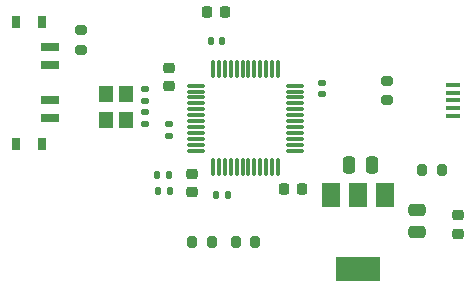
<source format=gbr>
%TF.GenerationSoftware,KiCad,Pcbnew,(6.0.1)*%
%TF.CreationDate,2022-08-30T01:47:07+05:30*%
%TF.ProjectId,STM32,53544d33-322e-46b6-9963-61645f706362,rev?*%
%TF.SameCoordinates,Original*%
%TF.FileFunction,Paste,Top*%
%TF.FilePolarity,Positive*%
%FSLAX46Y46*%
G04 Gerber Fmt 4.6, Leading zero omitted, Abs format (unit mm)*
G04 Created by KiCad (PCBNEW (6.0.1)) date 2022-08-30 01:47:07*
%MOMM*%
%LPD*%
G01*
G04 APERTURE LIST*
G04 Aperture macros list*
%AMRoundRect*
0 Rectangle with rounded corners*
0 $1 Rounding radius*
0 $2 $3 $4 $5 $6 $7 $8 $9 X,Y pos of 4 corners*
0 Add a 4 corners polygon primitive as box body*
4,1,4,$2,$3,$4,$5,$6,$7,$8,$9,$2,$3,0*
0 Add four circle primitives for the rounded corners*
1,1,$1+$1,$2,$3*
1,1,$1+$1,$4,$5*
1,1,$1+$1,$6,$7*
1,1,$1+$1,$8,$9*
0 Add four rect primitives between the rounded corners*
20,1,$1+$1,$2,$3,$4,$5,0*
20,1,$1+$1,$4,$5,$6,$7,0*
20,1,$1+$1,$6,$7,$8,$9,0*
20,1,$1+$1,$8,$9,$2,$3,0*%
G04 Aperture macros list end*
%ADD10R,1.500000X2.000000*%
%ADD11R,3.800000X2.000000*%
%ADD12R,0.800000X1.000000*%
%ADD13R,1.500000X0.700000*%
%ADD14R,1.200000X1.400000*%
%ADD15RoundRect,0.075000X-0.075000X-0.662500X0.075000X-0.662500X0.075000X0.662500X-0.075000X0.662500X0*%
%ADD16RoundRect,0.075000X-0.662500X-0.075000X0.662500X-0.075000X0.662500X0.075000X-0.662500X0.075000X0*%
%ADD17RoundRect,0.200000X-0.275000X0.200000X-0.275000X-0.200000X0.275000X-0.200000X0.275000X0.200000X0*%
%ADD18RoundRect,0.200000X0.275000X-0.200000X0.275000X0.200000X-0.275000X0.200000X-0.275000X-0.200000X0*%
%ADD19RoundRect,0.200000X-0.200000X-0.275000X0.200000X-0.275000X0.200000X0.275000X-0.200000X0.275000X0*%
%ADD20R,1.300000X0.450000*%
%ADD21RoundRect,0.218750X-0.256250X0.218750X-0.256250X-0.218750X0.256250X-0.218750X0.256250X0.218750X0*%
%ADD22RoundRect,0.140000X0.140000X0.170000X-0.140000X0.170000X-0.140000X-0.170000X0.140000X-0.170000X0*%
%ADD23RoundRect,0.140000X0.170000X-0.140000X0.170000X0.140000X-0.170000X0.140000X-0.170000X-0.140000X0*%
%ADD24RoundRect,0.225000X-0.225000X-0.250000X0.225000X-0.250000X0.225000X0.250000X-0.225000X0.250000X0*%
%ADD25RoundRect,0.225000X0.250000X-0.225000X0.250000X0.225000X-0.250000X0.225000X-0.250000X-0.225000X0*%
%ADD26RoundRect,0.140000X-0.170000X0.140000X-0.170000X-0.140000X0.170000X-0.140000X0.170000X0.140000X0*%
%ADD27RoundRect,0.140000X-0.140000X-0.170000X0.140000X-0.170000X0.140000X0.170000X-0.140000X0.170000X0*%
%ADD28RoundRect,0.225000X0.225000X0.250000X-0.225000X0.250000X-0.225000X-0.250000X0.225000X-0.250000X0*%
%ADD29RoundRect,0.250000X0.475000X-0.250000X0.475000X0.250000X-0.475000X0.250000X-0.475000X-0.250000X0*%
%ADD30RoundRect,0.250000X-0.250000X-0.475000X0.250000X-0.475000X0.250000X0.475000X-0.250000X0.475000X0*%
G04 APERTURE END LIST*
D10*
%TO.C,U1*%
X180300000Y-112500000D03*
D11*
X178000000Y-118800000D03*
D10*
X178000000Y-112500000D03*
X175700000Y-112500000D03*
%TD*%
D12*
%TO.C,SW1*%
X149070000Y-97850000D03*
X151280000Y-97850000D03*
X151280000Y-108150000D03*
X149070000Y-108150000D03*
D13*
X151930000Y-100000000D03*
X151930000Y-101500000D03*
X151930000Y-104500000D03*
X151930000Y-106000000D03*
%TD*%
D14*
%TO.C,Y1*%
X158350000Y-103920000D03*
X158350000Y-106120000D03*
X156650000Y-106120000D03*
X156650000Y-103920000D03*
%TD*%
D15*
%TO.C,U2*%
X165750000Y-101837500D03*
X166250000Y-101837500D03*
X166750000Y-101837500D03*
X167250000Y-101837500D03*
X167750000Y-101837500D03*
X168250000Y-101837500D03*
X168750000Y-101837500D03*
X169250000Y-101837500D03*
X169750000Y-101837500D03*
X170250000Y-101837500D03*
X170750000Y-101837500D03*
X171250000Y-101837500D03*
D16*
X172662500Y-103250000D03*
X172662500Y-103750000D03*
X172662500Y-104250000D03*
X172662500Y-104750000D03*
X172662500Y-105250000D03*
X172662500Y-105750000D03*
X172662500Y-106250000D03*
X172662500Y-106750000D03*
X172662500Y-107250000D03*
X172662500Y-107750000D03*
X172662500Y-108250000D03*
X172662500Y-108750000D03*
D15*
X171250000Y-110162500D03*
X170750000Y-110162500D03*
X170250000Y-110162500D03*
X169750000Y-110162500D03*
X169250000Y-110162500D03*
X168750000Y-110162500D03*
X168250000Y-110162500D03*
X167750000Y-110162500D03*
X167250000Y-110162500D03*
X166750000Y-110162500D03*
X166250000Y-110162500D03*
X165750000Y-110162500D03*
D16*
X164337500Y-108750000D03*
X164337500Y-108250000D03*
X164337500Y-107750000D03*
X164337500Y-107250000D03*
X164337500Y-106750000D03*
X164337500Y-106250000D03*
X164337500Y-105750000D03*
X164337500Y-105250000D03*
X164337500Y-104750000D03*
X164337500Y-104250000D03*
X164337500Y-103750000D03*
X164337500Y-103250000D03*
%TD*%
D17*
%TO.C,R5*%
X180500000Y-102850000D03*
X180500000Y-104500000D03*
%TD*%
D18*
%TO.C,R4*%
X154600000Y-100225000D03*
X154600000Y-98575000D03*
%TD*%
D19*
%TO.C,R3*%
X167675000Y-116500000D03*
X169325000Y-116500000D03*
%TD*%
%TO.C,R2*%
X164000000Y-116500000D03*
X165650000Y-116500000D03*
%TD*%
%TO.C,R1*%
X183475000Y-110400000D03*
X185125000Y-110400000D03*
%TD*%
D20*
%TO.C,J4*%
X186100000Y-103205000D03*
X186100000Y-103855000D03*
X186100000Y-104505000D03*
X186100000Y-105155000D03*
X186100000Y-105805000D03*
%TD*%
D21*
%TO.C,FB1*%
X164000000Y-110712500D03*
X164000000Y-112287500D03*
%TD*%
%TO.C,D1*%
X186500000Y-114212500D03*
X186500000Y-115787500D03*
%TD*%
D22*
%TO.C,C13*%
X162080000Y-112200000D03*
X161120000Y-112200000D03*
%TD*%
%TO.C,C12*%
X162000000Y-110800000D03*
X161040000Y-110800000D03*
%TD*%
D23*
%TO.C,C11*%
X162000000Y-107480000D03*
X162000000Y-106520000D03*
%TD*%
D24*
%TO.C,C10*%
X165225000Y-97000000D03*
X166775000Y-97000000D03*
%TD*%
D25*
%TO.C,C9*%
X162000000Y-103275000D03*
X162000000Y-101725000D03*
%TD*%
D23*
%TO.C,C8*%
X160000000Y-105520000D03*
X160000000Y-106480000D03*
%TD*%
D26*
%TO.C,C7*%
X175000000Y-103020000D03*
X175000000Y-103980000D03*
%TD*%
D23*
%TO.C,C6*%
X160000000Y-103560000D03*
X160000000Y-104520000D03*
%TD*%
D27*
%TO.C,C5*%
X165540000Y-99500000D03*
X166500000Y-99500000D03*
%TD*%
%TO.C,C4*%
X166040000Y-112500000D03*
X167000000Y-112500000D03*
%TD*%
D28*
%TO.C,C3*%
X173275000Y-112000000D03*
X171725000Y-112000000D03*
%TD*%
D29*
%TO.C,C2*%
X183000000Y-115650000D03*
X183000000Y-113750000D03*
%TD*%
D30*
%TO.C,C1*%
X177300000Y-109950000D03*
X179200000Y-109950000D03*
%TD*%
M02*

</source>
